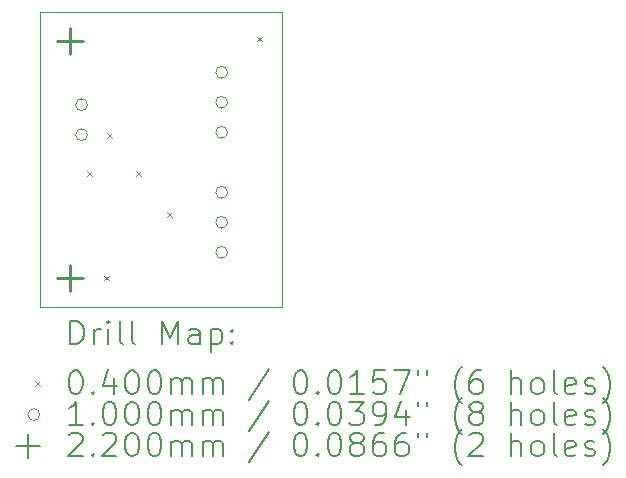
<source format=gbr>
%TF.GenerationSoftware,KiCad,Pcbnew,(6.0.8-1)-1*%
%TF.CreationDate,2023-07-28T17:56:40-05:00*%
%TF.ProjectId,FSR Adaptor,46535220-4164-4617-9074-6f722e6b6963,rev?*%
%TF.SameCoordinates,Original*%
%TF.FileFunction,Drillmap*%
%TF.FilePolarity,Positive*%
%FSLAX45Y45*%
G04 Gerber Fmt 4.5, Leading zero omitted, Abs format (unit mm)*
G04 Created by KiCad (PCBNEW (6.0.8-1)-1) date 2023-07-28 17:56:40*
%MOMM*%
%LPD*%
G01*
G04 APERTURE LIST*
%ADD10C,0.100000*%
%ADD11C,0.200000*%
%ADD12C,0.040000*%
%ADD13C,0.220000*%
G04 APERTURE END LIST*
D10*
X5000000Y-5000000D02*
X7050000Y-5000000D01*
X7050000Y-5000000D02*
X7050000Y-7500000D01*
X7050000Y-7500000D02*
X5000000Y-7500000D01*
X5000000Y-7500000D02*
X5000000Y-5000000D01*
D11*
D12*
X5395280Y-6345240D02*
X5435280Y-6385240D01*
X5435280Y-6345240D02*
X5395280Y-6385240D01*
X5540060Y-7231700D02*
X5580060Y-7271700D01*
X5580060Y-7231700D02*
X5540060Y-7271700D01*
X5565460Y-6025200D02*
X5605460Y-6065200D01*
X5605460Y-6025200D02*
X5565460Y-6065200D01*
X5809300Y-6345240D02*
X5849300Y-6385240D01*
X5849300Y-6345240D02*
X5809300Y-6385240D01*
X6070920Y-6695760D02*
X6110920Y-6735760D01*
X6110920Y-6695760D02*
X6070920Y-6735760D01*
X6838000Y-5209860D02*
X6878000Y-5249860D01*
X6878000Y-5209860D02*
X6838000Y-5249860D01*
D10*
X5399240Y-5786120D02*
G75*
G03*
X5399240Y-5786120I-50000J0D01*
G01*
X5399240Y-6040120D02*
G75*
G03*
X5399240Y-6040120I-50000J0D01*
G01*
X6585420Y-5511323D02*
G75*
G03*
X6585420Y-5511323I-50000J0D01*
G01*
X6585420Y-5765323D02*
G75*
G03*
X6585420Y-5765323I-50000J0D01*
G01*
X6585420Y-6019323D02*
G75*
G03*
X6585420Y-6019323I-50000J0D01*
G01*
X6585420Y-6527323D02*
G75*
G03*
X6585420Y-6527323I-50000J0D01*
G01*
X6585420Y-6781323D02*
G75*
G03*
X6585420Y-6781323I-50000J0D01*
G01*
X6585420Y-7035323D02*
G75*
G03*
X6585420Y-7035323I-50000J0D01*
G01*
D13*
X5250000Y-5140000D02*
X5250000Y-5360000D01*
X5140000Y-5250000D02*
X5360000Y-5250000D01*
X5250000Y-7140000D02*
X5250000Y-7360000D01*
X5140000Y-7250000D02*
X5360000Y-7250000D01*
D11*
X5252619Y-7815476D02*
X5252619Y-7615476D01*
X5300238Y-7615476D01*
X5328810Y-7625000D01*
X5347857Y-7644048D01*
X5357381Y-7663095D01*
X5366905Y-7701190D01*
X5366905Y-7729762D01*
X5357381Y-7767857D01*
X5347857Y-7786905D01*
X5328810Y-7805952D01*
X5300238Y-7815476D01*
X5252619Y-7815476D01*
X5452619Y-7815476D02*
X5452619Y-7682143D01*
X5452619Y-7720238D02*
X5462143Y-7701190D01*
X5471667Y-7691667D01*
X5490714Y-7682143D01*
X5509762Y-7682143D01*
X5576429Y-7815476D02*
X5576429Y-7682143D01*
X5576429Y-7615476D02*
X5566905Y-7625000D01*
X5576429Y-7634524D01*
X5585952Y-7625000D01*
X5576429Y-7615476D01*
X5576429Y-7634524D01*
X5700238Y-7815476D02*
X5681190Y-7805952D01*
X5671667Y-7786905D01*
X5671667Y-7615476D01*
X5805000Y-7815476D02*
X5785952Y-7805952D01*
X5776428Y-7786905D01*
X5776428Y-7615476D01*
X6033571Y-7815476D02*
X6033571Y-7615476D01*
X6100238Y-7758333D01*
X6166905Y-7615476D01*
X6166905Y-7815476D01*
X6347857Y-7815476D02*
X6347857Y-7710714D01*
X6338333Y-7691667D01*
X6319286Y-7682143D01*
X6281190Y-7682143D01*
X6262143Y-7691667D01*
X6347857Y-7805952D02*
X6328809Y-7815476D01*
X6281190Y-7815476D01*
X6262143Y-7805952D01*
X6252619Y-7786905D01*
X6252619Y-7767857D01*
X6262143Y-7748809D01*
X6281190Y-7739286D01*
X6328809Y-7739286D01*
X6347857Y-7729762D01*
X6443095Y-7682143D02*
X6443095Y-7882143D01*
X6443095Y-7691667D02*
X6462143Y-7682143D01*
X6500238Y-7682143D01*
X6519286Y-7691667D01*
X6528809Y-7701190D01*
X6538333Y-7720238D01*
X6538333Y-7777381D01*
X6528809Y-7796428D01*
X6519286Y-7805952D01*
X6500238Y-7815476D01*
X6462143Y-7815476D01*
X6443095Y-7805952D01*
X6624048Y-7796428D02*
X6633571Y-7805952D01*
X6624048Y-7815476D01*
X6614524Y-7805952D01*
X6624048Y-7796428D01*
X6624048Y-7815476D01*
X6624048Y-7691667D02*
X6633571Y-7701190D01*
X6624048Y-7710714D01*
X6614524Y-7701190D01*
X6624048Y-7691667D01*
X6624048Y-7710714D01*
D12*
X4955000Y-8125000D02*
X4995000Y-8165000D01*
X4995000Y-8125000D02*
X4955000Y-8165000D01*
D11*
X5290714Y-8035476D02*
X5309762Y-8035476D01*
X5328810Y-8045000D01*
X5338333Y-8054524D01*
X5347857Y-8073571D01*
X5357381Y-8111667D01*
X5357381Y-8159286D01*
X5347857Y-8197381D01*
X5338333Y-8216428D01*
X5328810Y-8225952D01*
X5309762Y-8235476D01*
X5290714Y-8235476D01*
X5271667Y-8225952D01*
X5262143Y-8216428D01*
X5252619Y-8197381D01*
X5243095Y-8159286D01*
X5243095Y-8111667D01*
X5252619Y-8073571D01*
X5262143Y-8054524D01*
X5271667Y-8045000D01*
X5290714Y-8035476D01*
X5443095Y-8216428D02*
X5452619Y-8225952D01*
X5443095Y-8235476D01*
X5433571Y-8225952D01*
X5443095Y-8216428D01*
X5443095Y-8235476D01*
X5624048Y-8102143D02*
X5624048Y-8235476D01*
X5576429Y-8025952D02*
X5528810Y-8168809D01*
X5652619Y-8168809D01*
X5766905Y-8035476D02*
X5785952Y-8035476D01*
X5805000Y-8045000D01*
X5814524Y-8054524D01*
X5824048Y-8073571D01*
X5833571Y-8111667D01*
X5833571Y-8159286D01*
X5824048Y-8197381D01*
X5814524Y-8216428D01*
X5805000Y-8225952D01*
X5785952Y-8235476D01*
X5766905Y-8235476D01*
X5747857Y-8225952D01*
X5738333Y-8216428D01*
X5728809Y-8197381D01*
X5719286Y-8159286D01*
X5719286Y-8111667D01*
X5728809Y-8073571D01*
X5738333Y-8054524D01*
X5747857Y-8045000D01*
X5766905Y-8035476D01*
X5957381Y-8035476D02*
X5976428Y-8035476D01*
X5995476Y-8045000D01*
X6005000Y-8054524D01*
X6014524Y-8073571D01*
X6024048Y-8111667D01*
X6024048Y-8159286D01*
X6014524Y-8197381D01*
X6005000Y-8216428D01*
X5995476Y-8225952D01*
X5976428Y-8235476D01*
X5957381Y-8235476D01*
X5938333Y-8225952D01*
X5928809Y-8216428D01*
X5919286Y-8197381D01*
X5909762Y-8159286D01*
X5909762Y-8111667D01*
X5919286Y-8073571D01*
X5928809Y-8054524D01*
X5938333Y-8045000D01*
X5957381Y-8035476D01*
X6109762Y-8235476D02*
X6109762Y-8102143D01*
X6109762Y-8121190D02*
X6119286Y-8111667D01*
X6138333Y-8102143D01*
X6166905Y-8102143D01*
X6185952Y-8111667D01*
X6195476Y-8130714D01*
X6195476Y-8235476D01*
X6195476Y-8130714D02*
X6205000Y-8111667D01*
X6224048Y-8102143D01*
X6252619Y-8102143D01*
X6271667Y-8111667D01*
X6281190Y-8130714D01*
X6281190Y-8235476D01*
X6376428Y-8235476D02*
X6376428Y-8102143D01*
X6376428Y-8121190D02*
X6385952Y-8111667D01*
X6405000Y-8102143D01*
X6433571Y-8102143D01*
X6452619Y-8111667D01*
X6462143Y-8130714D01*
X6462143Y-8235476D01*
X6462143Y-8130714D02*
X6471667Y-8111667D01*
X6490714Y-8102143D01*
X6519286Y-8102143D01*
X6538333Y-8111667D01*
X6547857Y-8130714D01*
X6547857Y-8235476D01*
X6938333Y-8025952D02*
X6766905Y-8283095D01*
X7195476Y-8035476D02*
X7214524Y-8035476D01*
X7233571Y-8045000D01*
X7243095Y-8054524D01*
X7252619Y-8073571D01*
X7262143Y-8111667D01*
X7262143Y-8159286D01*
X7252619Y-8197381D01*
X7243095Y-8216428D01*
X7233571Y-8225952D01*
X7214524Y-8235476D01*
X7195476Y-8235476D01*
X7176428Y-8225952D01*
X7166905Y-8216428D01*
X7157381Y-8197381D01*
X7147857Y-8159286D01*
X7147857Y-8111667D01*
X7157381Y-8073571D01*
X7166905Y-8054524D01*
X7176428Y-8045000D01*
X7195476Y-8035476D01*
X7347857Y-8216428D02*
X7357381Y-8225952D01*
X7347857Y-8235476D01*
X7338333Y-8225952D01*
X7347857Y-8216428D01*
X7347857Y-8235476D01*
X7481190Y-8035476D02*
X7500238Y-8035476D01*
X7519286Y-8045000D01*
X7528809Y-8054524D01*
X7538333Y-8073571D01*
X7547857Y-8111667D01*
X7547857Y-8159286D01*
X7538333Y-8197381D01*
X7528809Y-8216428D01*
X7519286Y-8225952D01*
X7500238Y-8235476D01*
X7481190Y-8235476D01*
X7462143Y-8225952D01*
X7452619Y-8216428D01*
X7443095Y-8197381D01*
X7433571Y-8159286D01*
X7433571Y-8111667D01*
X7443095Y-8073571D01*
X7452619Y-8054524D01*
X7462143Y-8045000D01*
X7481190Y-8035476D01*
X7738333Y-8235476D02*
X7624048Y-8235476D01*
X7681190Y-8235476D02*
X7681190Y-8035476D01*
X7662143Y-8064048D01*
X7643095Y-8083095D01*
X7624048Y-8092619D01*
X7919286Y-8035476D02*
X7824048Y-8035476D01*
X7814524Y-8130714D01*
X7824048Y-8121190D01*
X7843095Y-8111667D01*
X7890714Y-8111667D01*
X7909762Y-8121190D01*
X7919286Y-8130714D01*
X7928809Y-8149762D01*
X7928809Y-8197381D01*
X7919286Y-8216428D01*
X7909762Y-8225952D01*
X7890714Y-8235476D01*
X7843095Y-8235476D01*
X7824048Y-8225952D01*
X7814524Y-8216428D01*
X7995476Y-8035476D02*
X8128809Y-8035476D01*
X8043095Y-8235476D01*
X8195476Y-8035476D02*
X8195476Y-8073571D01*
X8271667Y-8035476D02*
X8271667Y-8073571D01*
X8566905Y-8311667D02*
X8557381Y-8302143D01*
X8538333Y-8273571D01*
X8528810Y-8254524D01*
X8519286Y-8225952D01*
X8509762Y-8178333D01*
X8509762Y-8140238D01*
X8519286Y-8092619D01*
X8528810Y-8064048D01*
X8538333Y-8045000D01*
X8557381Y-8016428D01*
X8566905Y-8006905D01*
X8728810Y-8035476D02*
X8690714Y-8035476D01*
X8671667Y-8045000D01*
X8662143Y-8054524D01*
X8643095Y-8083095D01*
X8633571Y-8121190D01*
X8633571Y-8197381D01*
X8643095Y-8216428D01*
X8652619Y-8225952D01*
X8671667Y-8235476D01*
X8709762Y-8235476D01*
X8728810Y-8225952D01*
X8738333Y-8216428D01*
X8747857Y-8197381D01*
X8747857Y-8149762D01*
X8738333Y-8130714D01*
X8728810Y-8121190D01*
X8709762Y-8111667D01*
X8671667Y-8111667D01*
X8652619Y-8121190D01*
X8643095Y-8130714D01*
X8633571Y-8149762D01*
X8985952Y-8235476D02*
X8985952Y-8035476D01*
X9071667Y-8235476D02*
X9071667Y-8130714D01*
X9062143Y-8111667D01*
X9043095Y-8102143D01*
X9014524Y-8102143D01*
X8995476Y-8111667D01*
X8985952Y-8121190D01*
X9195476Y-8235476D02*
X9176429Y-8225952D01*
X9166905Y-8216428D01*
X9157381Y-8197381D01*
X9157381Y-8140238D01*
X9166905Y-8121190D01*
X9176429Y-8111667D01*
X9195476Y-8102143D01*
X9224048Y-8102143D01*
X9243095Y-8111667D01*
X9252619Y-8121190D01*
X9262143Y-8140238D01*
X9262143Y-8197381D01*
X9252619Y-8216428D01*
X9243095Y-8225952D01*
X9224048Y-8235476D01*
X9195476Y-8235476D01*
X9376429Y-8235476D02*
X9357381Y-8225952D01*
X9347857Y-8206905D01*
X9347857Y-8035476D01*
X9528810Y-8225952D02*
X9509762Y-8235476D01*
X9471667Y-8235476D01*
X9452619Y-8225952D01*
X9443095Y-8206905D01*
X9443095Y-8130714D01*
X9452619Y-8111667D01*
X9471667Y-8102143D01*
X9509762Y-8102143D01*
X9528810Y-8111667D01*
X9538333Y-8130714D01*
X9538333Y-8149762D01*
X9443095Y-8168809D01*
X9614524Y-8225952D02*
X9633571Y-8235476D01*
X9671667Y-8235476D01*
X9690714Y-8225952D01*
X9700238Y-8206905D01*
X9700238Y-8197381D01*
X9690714Y-8178333D01*
X9671667Y-8168809D01*
X9643095Y-8168809D01*
X9624048Y-8159286D01*
X9614524Y-8140238D01*
X9614524Y-8130714D01*
X9624048Y-8111667D01*
X9643095Y-8102143D01*
X9671667Y-8102143D01*
X9690714Y-8111667D01*
X9766905Y-8311667D02*
X9776429Y-8302143D01*
X9795476Y-8273571D01*
X9805000Y-8254524D01*
X9814524Y-8225952D01*
X9824048Y-8178333D01*
X9824048Y-8140238D01*
X9814524Y-8092619D01*
X9805000Y-8064048D01*
X9795476Y-8045000D01*
X9776429Y-8016428D01*
X9766905Y-8006905D01*
D10*
X4995000Y-8409000D02*
G75*
G03*
X4995000Y-8409000I-50000J0D01*
G01*
D11*
X5357381Y-8499476D02*
X5243095Y-8499476D01*
X5300238Y-8499476D02*
X5300238Y-8299476D01*
X5281190Y-8328048D01*
X5262143Y-8347095D01*
X5243095Y-8356619D01*
X5443095Y-8480429D02*
X5452619Y-8489952D01*
X5443095Y-8499476D01*
X5433571Y-8489952D01*
X5443095Y-8480429D01*
X5443095Y-8499476D01*
X5576429Y-8299476D02*
X5595476Y-8299476D01*
X5614524Y-8309000D01*
X5624048Y-8318524D01*
X5633571Y-8337571D01*
X5643095Y-8375667D01*
X5643095Y-8423286D01*
X5633571Y-8461381D01*
X5624048Y-8480429D01*
X5614524Y-8489952D01*
X5595476Y-8499476D01*
X5576429Y-8499476D01*
X5557381Y-8489952D01*
X5547857Y-8480429D01*
X5538333Y-8461381D01*
X5528810Y-8423286D01*
X5528810Y-8375667D01*
X5538333Y-8337571D01*
X5547857Y-8318524D01*
X5557381Y-8309000D01*
X5576429Y-8299476D01*
X5766905Y-8299476D02*
X5785952Y-8299476D01*
X5805000Y-8309000D01*
X5814524Y-8318524D01*
X5824048Y-8337571D01*
X5833571Y-8375667D01*
X5833571Y-8423286D01*
X5824048Y-8461381D01*
X5814524Y-8480429D01*
X5805000Y-8489952D01*
X5785952Y-8499476D01*
X5766905Y-8499476D01*
X5747857Y-8489952D01*
X5738333Y-8480429D01*
X5728809Y-8461381D01*
X5719286Y-8423286D01*
X5719286Y-8375667D01*
X5728809Y-8337571D01*
X5738333Y-8318524D01*
X5747857Y-8309000D01*
X5766905Y-8299476D01*
X5957381Y-8299476D02*
X5976428Y-8299476D01*
X5995476Y-8309000D01*
X6005000Y-8318524D01*
X6014524Y-8337571D01*
X6024048Y-8375667D01*
X6024048Y-8423286D01*
X6014524Y-8461381D01*
X6005000Y-8480429D01*
X5995476Y-8489952D01*
X5976428Y-8499476D01*
X5957381Y-8499476D01*
X5938333Y-8489952D01*
X5928809Y-8480429D01*
X5919286Y-8461381D01*
X5909762Y-8423286D01*
X5909762Y-8375667D01*
X5919286Y-8337571D01*
X5928809Y-8318524D01*
X5938333Y-8309000D01*
X5957381Y-8299476D01*
X6109762Y-8499476D02*
X6109762Y-8366143D01*
X6109762Y-8385190D02*
X6119286Y-8375667D01*
X6138333Y-8366143D01*
X6166905Y-8366143D01*
X6185952Y-8375667D01*
X6195476Y-8394714D01*
X6195476Y-8499476D01*
X6195476Y-8394714D02*
X6205000Y-8375667D01*
X6224048Y-8366143D01*
X6252619Y-8366143D01*
X6271667Y-8375667D01*
X6281190Y-8394714D01*
X6281190Y-8499476D01*
X6376428Y-8499476D02*
X6376428Y-8366143D01*
X6376428Y-8385190D02*
X6385952Y-8375667D01*
X6405000Y-8366143D01*
X6433571Y-8366143D01*
X6452619Y-8375667D01*
X6462143Y-8394714D01*
X6462143Y-8499476D01*
X6462143Y-8394714D02*
X6471667Y-8375667D01*
X6490714Y-8366143D01*
X6519286Y-8366143D01*
X6538333Y-8375667D01*
X6547857Y-8394714D01*
X6547857Y-8499476D01*
X6938333Y-8289952D02*
X6766905Y-8547095D01*
X7195476Y-8299476D02*
X7214524Y-8299476D01*
X7233571Y-8309000D01*
X7243095Y-8318524D01*
X7252619Y-8337571D01*
X7262143Y-8375667D01*
X7262143Y-8423286D01*
X7252619Y-8461381D01*
X7243095Y-8480429D01*
X7233571Y-8489952D01*
X7214524Y-8499476D01*
X7195476Y-8499476D01*
X7176428Y-8489952D01*
X7166905Y-8480429D01*
X7157381Y-8461381D01*
X7147857Y-8423286D01*
X7147857Y-8375667D01*
X7157381Y-8337571D01*
X7166905Y-8318524D01*
X7176428Y-8309000D01*
X7195476Y-8299476D01*
X7347857Y-8480429D02*
X7357381Y-8489952D01*
X7347857Y-8499476D01*
X7338333Y-8489952D01*
X7347857Y-8480429D01*
X7347857Y-8499476D01*
X7481190Y-8299476D02*
X7500238Y-8299476D01*
X7519286Y-8309000D01*
X7528809Y-8318524D01*
X7538333Y-8337571D01*
X7547857Y-8375667D01*
X7547857Y-8423286D01*
X7538333Y-8461381D01*
X7528809Y-8480429D01*
X7519286Y-8489952D01*
X7500238Y-8499476D01*
X7481190Y-8499476D01*
X7462143Y-8489952D01*
X7452619Y-8480429D01*
X7443095Y-8461381D01*
X7433571Y-8423286D01*
X7433571Y-8375667D01*
X7443095Y-8337571D01*
X7452619Y-8318524D01*
X7462143Y-8309000D01*
X7481190Y-8299476D01*
X7614524Y-8299476D02*
X7738333Y-8299476D01*
X7671667Y-8375667D01*
X7700238Y-8375667D01*
X7719286Y-8385190D01*
X7728809Y-8394714D01*
X7738333Y-8413762D01*
X7738333Y-8461381D01*
X7728809Y-8480429D01*
X7719286Y-8489952D01*
X7700238Y-8499476D01*
X7643095Y-8499476D01*
X7624048Y-8489952D01*
X7614524Y-8480429D01*
X7833571Y-8499476D02*
X7871667Y-8499476D01*
X7890714Y-8489952D01*
X7900238Y-8480429D01*
X7919286Y-8451857D01*
X7928809Y-8413762D01*
X7928809Y-8337571D01*
X7919286Y-8318524D01*
X7909762Y-8309000D01*
X7890714Y-8299476D01*
X7852619Y-8299476D01*
X7833571Y-8309000D01*
X7824048Y-8318524D01*
X7814524Y-8337571D01*
X7814524Y-8385190D01*
X7824048Y-8404238D01*
X7833571Y-8413762D01*
X7852619Y-8423286D01*
X7890714Y-8423286D01*
X7909762Y-8413762D01*
X7919286Y-8404238D01*
X7928809Y-8385190D01*
X8100238Y-8366143D02*
X8100238Y-8499476D01*
X8052619Y-8289952D02*
X8005000Y-8432810D01*
X8128809Y-8432810D01*
X8195476Y-8299476D02*
X8195476Y-8337571D01*
X8271667Y-8299476D02*
X8271667Y-8337571D01*
X8566905Y-8575667D02*
X8557381Y-8566143D01*
X8538333Y-8537571D01*
X8528810Y-8518524D01*
X8519286Y-8489952D01*
X8509762Y-8442333D01*
X8509762Y-8404238D01*
X8519286Y-8356619D01*
X8528810Y-8328048D01*
X8538333Y-8309000D01*
X8557381Y-8280428D01*
X8566905Y-8270905D01*
X8671667Y-8385190D02*
X8652619Y-8375667D01*
X8643095Y-8366143D01*
X8633571Y-8347095D01*
X8633571Y-8337571D01*
X8643095Y-8318524D01*
X8652619Y-8309000D01*
X8671667Y-8299476D01*
X8709762Y-8299476D01*
X8728810Y-8309000D01*
X8738333Y-8318524D01*
X8747857Y-8337571D01*
X8747857Y-8347095D01*
X8738333Y-8366143D01*
X8728810Y-8375667D01*
X8709762Y-8385190D01*
X8671667Y-8385190D01*
X8652619Y-8394714D01*
X8643095Y-8404238D01*
X8633571Y-8423286D01*
X8633571Y-8461381D01*
X8643095Y-8480429D01*
X8652619Y-8489952D01*
X8671667Y-8499476D01*
X8709762Y-8499476D01*
X8728810Y-8489952D01*
X8738333Y-8480429D01*
X8747857Y-8461381D01*
X8747857Y-8423286D01*
X8738333Y-8404238D01*
X8728810Y-8394714D01*
X8709762Y-8385190D01*
X8985952Y-8499476D02*
X8985952Y-8299476D01*
X9071667Y-8499476D02*
X9071667Y-8394714D01*
X9062143Y-8375667D01*
X9043095Y-8366143D01*
X9014524Y-8366143D01*
X8995476Y-8375667D01*
X8985952Y-8385190D01*
X9195476Y-8499476D02*
X9176429Y-8489952D01*
X9166905Y-8480429D01*
X9157381Y-8461381D01*
X9157381Y-8404238D01*
X9166905Y-8385190D01*
X9176429Y-8375667D01*
X9195476Y-8366143D01*
X9224048Y-8366143D01*
X9243095Y-8375667D01*
X9252619Y-8385190D01*
X9262143Y-8404238D01*
X9262143Y-8461381D01*
X9252619Y-8480429D01*
X9243095Y-8489952D01*
X9224048Y-8499476D01*
X9195476Y-8499476D01*
X9376429Y-8499476D02*
X9357381Y-8489952D01*
X9347857Y-8470905D01*
X9347857Y-8299476D01*
X9528810Y-8489952D02*
X9509762Y-8499476D01*
X9471667Y-8499476D01*
X9452619Y-8489952D01*
X9443095Y-8470905D01*
X9443095Y-8394714D01*
X9452619Y-8375667D01*
X9471667Y-8366143D01*
X9509762Y-8366143D01*
X9528810Y-8375667D01*
X9538333Y-8394714D01*
X9538333Y-8413762D01*
X9443095Y-8432810D01*
X9614524Y-8489952D02*
X9633571Y-8499476D01*
X9671667Y-8499476D01*
X9690714Y-8489952D01*
X9700238Y-8470905D01*
X9700238Y-8461381D01*
X9690714Y-8442333D01*
X9671667Y-8432810D01*
X9643095Y-8432810D01*
X9624048Y-8423286D01*
X9614524Y-8404238D01*
X9614524Y-8394714D01*
X9624048Y-8375667D01*
X9643095Y-8366143D01*
X9671667Y-8366143D01*
X9690714Y-8375667D01*
X9766905Y-8575667D02*
X9776429Y-8566143D01*
X9795476Y-8537571D01*
X9805000Y-8518524D01*
X9814524Y-8489952D01*
X9824048Y-8442333D01*
X9824048Y-8404238D01*
X9814524Y-8356619D01*
X9805000Y-8328048D01*
X9795476Y-8309000D01*
X9776429Y-8280428D01*
X9766905Y-8270905D01*
X4895000Y-8573000D02*
X4895000Y-8773000D01*
X4795000Y-8673000D02*
X4995000Y-8673000D01*
X5243095Y-8582524D02*
X5252619Y-8573000D01*
X5271667Y-8563476D01*
X5319286Y-8563476D01*
X5338333Y-8573000D01*
X5347857Y-8582524D01*
X5357381Y-8601571D01*
X5357381Y-8620619D01*
X5347857Y-8649190D01*
X5233571Y-8763476D01*
X5357381Y-8763476D01*
X5443095Y-8744429D02*
X5452619Y-8753952D01*
X5443095Y-8763476D01*
X5433571Y-8753952D01*
X5443095Y-8744429D01*
X5443095Y-8763476D01*
X5528810Y-8582524D02*
X5538333Y-8573000D01*
X5557381Y-8563476D01*
X5605000Y-8563476D01*
X5624048Y-8573000D01*
X5633571Y-8582524D01*
X5643095Y-8601571D01*
X5643095Y-8620619D01*
X5633571Y-8649190D01*
X5519286Y-8763476D01*
X5643095Y-8763476D01*
X5766905Y-8563476D02*
X5785952Y-8563476D01*
X5805000Y-8573000D01*
X5814524Y-8582524D01*
X5824048Y-8601571D01*
X5833571Y-8639667D01*
X5833571Y-8687286D01*
X5824048Y-8725381D01*
X5814524Y-8744429D01*
X5805000Y-8753952D01*
X5785952Y-8763476D01*
X5766905Y-8763476D01*
X5747857Y-8753952D01*
X5738333Y-8744429D01*
X5728809Y-8725381D01*
X5719286Y-8687286D01*
X5719286Y-8639667D01*
X5728809Y-8601571D01*
X5738333Y-8582524D01*
X5747857Y-8573000D01*
X5766905Y-8563476D01*
X5957381Y-8563476D02*
X5976428Y-8563476D01*
X5995476Y-8573000D01*
X6005000Y-8582524D01*
X6014524Y-8601571D01*
X6024048Y-8639667D01*
X6024048Y-8687286D01*
X6014524Y-8725381D01*
X6005000Y-8744429D01*
X5995476Y-8753952D01*
X5976428Y-8763476D01*
X5957381Y-8763476D01*
X5938333Y-8753952D01*
X5928809Y-8744429D01*
X5919286Y-8725381D01*
X5909762Y-8687286D01*
X5909762Y-8639667D01*
X5919286Y-8601571D01*
X5928809Y-8582524D01*
X5938333Y-8573000D01*
X5957381Y-8563476D01*
X6109762Y-8763476D02*
X6109762Y-8630143D01*
X6109762Y-8649190D02*
X6119286Y-8639667D01*
X6138333Y-8630143D01*
X6166905Y-8630143D01*
X6185952Y-8639667D01*
X6195476Y-8658714D01*
X6195476Y-8763476D01*
X6195476Y-8658714D02*
X6205000Y-8639667D01*
X6224048Y-8630143D01*
X6252619Y-8630143D01*
X6271667Y-8639667D01*
X6281190Y-8658714D01*
X6281190Y-8763476D01*
X6376428Y-8763476D02*
X6376428Y-8630143D01*
X6376428Y-8649190D02*
X6385952Y-8639667D01*
X6405000Y-8630143D01*
X6433571Y-8630143D01*
X6452619Y-8639667D01*
X6462143Y-8658714D01*
X6462143Y-8763476D01*
X6462143Y-8658714D02*
X6471667Y-8639667D01*
X6490714Y-8630143D01*
X6519286Y-8630143D01*
X6538333Y-8639667D01*
X6547857Y-8658714D01*
X6547857Y-8763476D01*
X6938333Y-8553952D02*
X6766905Y-8811095D01*
X7195476Y-8563476D02*
X7214524Y-8563476D01*
X7233571Y-8573000D01*
X7243095Y-8582524D01*
X7252619Y-8601571D01*
X7262143Y-8639667D01*
X7262143Y-8687286D01*
X7252619Y-8725381D01*
X7243095Y-8744429D01*
X7233571Y-8753952D01*
X7214524Y-8763476D01*
X7195476Y-8763476D01*
X7176428Y-8753952D01*
X7166905Y-8744429D01*
X7157381Y-8725381D01*
X7147857Y-8687286D01*
X7147857Y-8639667D01*
X7157381Y-8601571D01*
X7166905Y-8582524D01*
X7176428Y-8573000D01*
X7195476Y-8563476D01*
X7347857Y-8744429D02*
X7357381Y-8753952D01*
X7347857Y-8763476D01*
X7338333Y-8753952D01*
X7347857Y-8744429D01*
X7347857Y-8763476D01*
X7481190Y-8563476D02*
X7500238Y-8563476D01*
X7519286Y-8573000D01*
X7528809Y-8582524D01*
X7538333Y-8601571D01*
X7547857Y-8639667D01*
X7547857Y-8687286D01*
X7538333Y-8725381D01*
X7528809Y-8744429D01*
X7519286Y-8753952D01*
X7500238Y-8763476D01*
X7481190Y-8763476D01*
X7462143Y-8753952D01*
X7452619Y-8744429D01*
X7443095Y-8725381D01*
X7433571Y-8687286D01*
X7433571Y-8639667D01*
X7443095Y-8601571D01*
X7452619Y-8582524D01*
X7462143Y-8573000D01*
X7481190Y-8563476D01*
X7662143Y-8649190D02*
X7643095Y-8639667D01*
X7633571Y-8630143D01*
X7624048Y-8611095D01*
X7624048Y-8601571D01*
X7633571Y-8582524D01*
X7643095Y-8573000D01*
X7662143Y-8563476D01*
X7700238Y-8563476D01*
X7719286Y-8573000D01*
X7728809Y-8582524D01*
X7738333Y-8601571D01*
X7738333Y-8611095D01*
X7728809Y-8630143D01*
X7719286Y-8639667D01*
X7700238Y-8649190D01*
X7662143Y-8649190D01*
X7643095Y-8658714D01*
X7633571Y-8668238D01*
X7624048Y-8687286D01*
X7624048Y-8725381D01*
X7633571Y-8744429D01*
X7643095Y-8753952D01*
X7662143Y-8763476D01*
X7700238Y-8763476D01*
X7719286Y-8753952D01*
X7728809Y-8744429D01*
X7738333Y-8725381D01*
X7738333Y-8687286D01*
X7728809Y-8668238D01*
X7719286Y-8658714D01*
X7700238Y-8649190D01*
X7909762Y-8563476D02*
X7871667Y-8563476D01*
X7852619Y-8573000D01*
X7843095Y-8582524D01*
X7824048Y-8611095D01*
X7814524Y-8649190D01*
X7814524Y-8725381D01*
X7824048Y-8744429D01*
X7833571Y-8753952D01*
X7852619Y-8763476D01*
X7890714Y-8763476D01*
X7909762Y-8753952D01*
X7919286Y-8744429D01*
X7928809Y-8725381D01*
X7928809Y-8677762D01*
X7919286Y-8658714D01*
X7909762Y-8649190D01*
X7890714Y-8639667D01*
X7852619Y-8639667D01*
X7833571Y-8649190D01*
X7824048Y-8658714D01*
X7814524Y-8677762D01*
X8100238Y-8563476D02*
X8062143Y-8563476D01*
X8043095Y-8573000D01*
X8033571Y-8582524D01*
X8014524Y-8611095D01*
X8005000Y-8649190D01*
X8005000Y-8725381D01*
X8014524Y-8744429D01*
X8024048Y-8753952D01*
X8043095Y-8763476D01*
X8081190Y-8763476D01*
X8100238Y-8753952D01*
X8109762Y-8744429D01*
X8119286Y-8725381D01*
X8119286Y-8677762D01*
X8109762Y-8658714D01*
X8100238Y-8649190D01*
X8081190Y-8639667D01*
X8043095Y-8639667D01*
X8024048Y-8649190D01*
X8014524Y-8658714D01*
X8005000Y-8677762D01*
X8195476Y-8563476D02*
X8195476Y-8601571D01*
X8271667Y-8563476D02*
X8271667Y-8601571D01*
X8566905Y-8839667D02*
X8557381Y-8830143D01*
X8538333Y-8801571D01*
X8528810Y-8782524D01*
X8519286Y-8753952D01*
X8509762Y-8706333D01*
X8509762Y-8668238D01*
X8519286Y-8620619D01*
X8528810Y-8592048D01*
X8538333Y-8573000D01*
X8557381Y-8544429D01*
X8566905Y-8534905D01*
X8633571Y-8582524D02*
X8643095Y-8573000D01*
X8662143Y-8563476D01*
X8709762Y-8563476D01*
X8728810Y-8573000D01*
X8738333Y-8582524D01*
X8747857Y-8601571D01*
X8747857Y-8620619D01*
X8738333Y-8649190D01*
X8624048Y-8763476D01*
X8747857Y-8763476D01*
X8985952Y-8763476D02*
X8985952Y-8563476D01*
X9071667Y-8763476D02*
X9071667Y-8658714D01*
X9062143Y-8639667D01*
X9043095Y-8630143D01*
X9014524Y-8630143D01*
X8995476Y-8639667D01*
X8985952Y-8649190D01*
X9195476Y-8763476D02*
X9176429Y-8753952D01*
X9166905Y-8744429D01*
X9157381Y-8725381D01*
X9157381Y-8668238D01*
X9166905Y-8649190D01*
X9176429Y-8639667D01*
X9195476Y-8630143D01*
X9224048Y-8630143D01*
X9243095Y-8639667D01*
X9252619Y-8649190D01*
X9262143Y-8668238D01*
X9262143Y-8725381D01*
X9252619Y-8744429D01*
X9243095Y-8753952D01*
X9224048Y-8763476D01*
X9195476Y-8763476D01*
X9376429Y-8763476D02*
X9357381Y-8753952D01*
X9347857Y-8734905D01*
X9347857Y-8563476D01*
X9528810Y-8753952D02*
X9509762Y-8763476D01*
X9471667Y-8763476D01*
X9452619Y-8753952D01*
X9443095Y-8734905D01*
X9443095Y-8658714D01*
X9452619Y-8639667D01*
X9471667Y-8630143D01*
X9509762Y-8630143D01*
X9528810Y-8639667D01*
X9538333Y-8658714D01*
X9538333Y-8677762D01*
X9443095Y-8696810D01*
X9614524Y-8753952D02*
X9633571Y-8763476D01*
X9671667Y-8763476D01*
X9690714Y-8753952D01*
X9700238Y-8734905D01*
X9700238Y-8725381D01*
X9690714Y-8706333D01*
X9671667Y-8696810D01*
X9643095Y-8696810D01*
X9624048Y-8687286D01*
X9614524Y-8668238D01*
X9614524Y-8658714D01*
X9624048Y-8639667D01*
X9643095Y-8630143D01*
X9671667Y-8630143D01*
X9690714Y-8639667D01*
X9766905Y-8839667D02*
X9776429Y-8830143D01*
X9795476Y-8801571D01*
X9805000Y-8782524D01*
X9814524Y-8753952D01*
X9824048Y-8706333D01*
X9824048Y-8668238D01*
X9814524Y-8620619D01*
X9805000Y-8592048D01*
X9795476Y-8573000D01*
X9776429Y-8544429D01*
X9766905Y-8534905D01*
M02*

</source>
